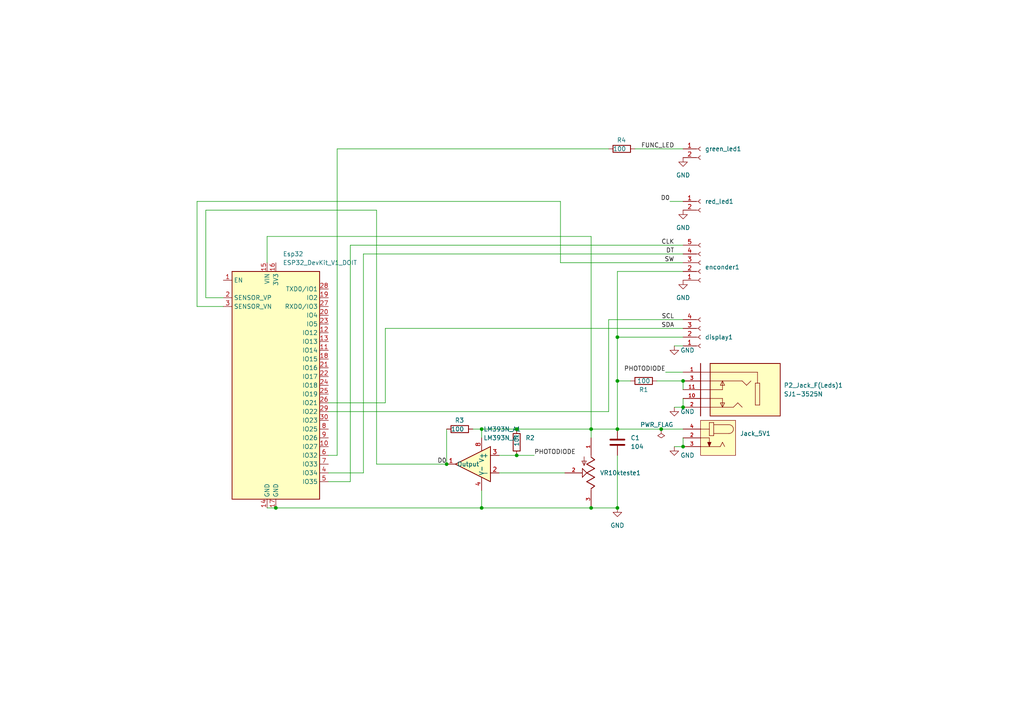
<source format=kicad_sch>
(kicad_sch (version 20211123) (generator eeschema)
  (paper "A4")
  (lib_symbols
    (symbol "Connector:Conn_01x02_Female" (pin_names (offset 1.016) hide)
      (property "Reference" "J" (at 0 2.54 0))
      (property "Value" "Conn_01x02_Female" (at 0 -5.08 0))
      (symbol "Conn_01x02_Female_1_1"
        (arc (start 0 -2.032) (mid -0.508 -2.54) (end 0 -3.048) (stroke (width 0.1524)))
        (polyline (pts (xy -1.27 -2.54) (xy -0.508 -2.54)) (stroke (width 0.1524)))
        (polyline (pts (xy -1.27 0) (xy -0.508 0)) (stroke (width 0.1524)))
        (arc (start 0 0.508) (mid -0.508 0) (end 0 -0.508) (stroke (width 0.1524)))
        (pin passive line (at -5.08 0 0) (length 3.81) (name "Pin_1") (number "1"))
        (pin passive line (at -5.08 -2.54 0) (length 3.81) (name "Pin_2") (number "2"))
      )
    )
    (symbol "Connector:Conn_01x04_Female" (pin_names (offset 1.016) hide)
      (property "Reference" "J" (at 0 5.08 0))
      (property "Value" "Conn_01x04_Female" (at 0 -7.62 0))
      (symbol "Conn_01x04_Female_1_1"
        (arc (start 0 -4.572) (mid -0.508 -5.08) (end 0 -5.588) (stroke (width 0.1524)))
        (arc (start 0 -2.032) (mid -0.508 -2.54) (end 0 -3.048) (stroke (width 0.1524)))
        (polyline (pts (xy -1.27 -5.08) (xy -0.508 -5.08)) (stroke (width 0.1524)))
        (polyline (pts (xy -1.27 -2.54) (xy -0.508 -2.54)) (stroke (width 0.1524)))
        (polyline (pts (xy -1.27 0) (xy -0.508 0)) (stroke (width 0.1524)))
        (polyline (pts (xy -1.27 2.54) (xy -0.508 2.54)) (stroke (width 0.1524)))
        (arc (start 0 0.508) (mid -0.508 0) (end 0 -0.508) (stroke (width 0.1524)))
        (arc (start 0 3.048) (mid -0.508 2.54) (end 0 2.032) (stroke (width 0.1524)))
        (pin passive line (at -5.08 2.54 0) (length 3.81) (name "Pin_1") (number "1"))
        (pin passive line (at -5.08 0 0) (length 3.81) (name "Pin_2") (number "2"))
        (pin passive line (at -5.08 -2.54 0) (length 3.81) (name "Pin_3") (number "3"))
        (pin passive line (at -5.08 -5.08 0) (length 3.81) (name "Pin_4") (number "4"))
      )
    )
    (symbol "Connector:Conn_01x05_Female" (pin_names (offset 1.016) hide)
      (property "Reference" "J" (at 0 7.62 0))
      (property "Value" "Conn_01x05_Female" (at 0 -7.62 0))
      (symbol "Conn_01x05_Female_1_1"
        (arc (start 0 -4.572) (mid -0.508 -5.08) (end 0 -5.588) (stroke (width 0.1524)))
        (arc (start 0 -2.032) (mid -0.508 -2.54) (end 0 -3.048) (stroke (width 0.1524)))
        (polyline (pts (xy -1.27 -5.08) (xy -0.508 -5.08)) (stroke (width 0.1524)))
        (polyline (pts (xy -1.27 -2.54) (xy -0.508 -2.54)) (stroke (width 0.1524)))
        (polyline (pts (xy -1.27 0) (xy -0.508 0)) (stroke (width 0.1524)))
        (polyline (pts (xy -1.27 2.54) (xy -0.508 2.54)) (stroke (width 0.1524)))
        (polyline (pts (xy -1.27 5.08) (xy -0.508 5.08)) (stroke (width 0.1524)))
        (arc (start 0 0.508) (mid -0.508 0) (end 0 -0.508) (stroke (width 0.1524)))
        (arc (start 0 3.048) (mid -0.508 2.54) (end 0 2.032) (stroke (width 0.1524)))
        (arc (start 0 5.588) (mid -0.508 5.08) (end 0 4.572) (stroke (width 0.1524)))
        (pin passive line (at -5.08 5.08 0) (length 3.81) (name "Pin_1") (number "1"))
        (pin passive line (at -5.08 2.54 0) (length 3.81) (name "Pin_2") (number "2"))
        (pin passive line (at -5.08 0 0) (length 3.81) (name "Pin_3") (number "3"))
        (pin passive line (at -5.08 -2.54 0) (length 3.81) (name "Pin_4") (number "4"))
        (pin passive line (at -5.08 -5.08 0) (length 3.81) (name "Pin_5") (number "5"))
      )
    )
    (symbol "Device:C" (pin_numbers hide) (pin_names (offset 0.254))
      (property "Reference" "C" (at 0.635 2.54 0))
      (property "Value" "C" (at 0.635 -2.54 0))
      (symbol "C_0_1"
        (polyline (pts (xy -2.032 -0.762) (xy 2.032 -0.762)) (stroke (width 0.508)))
        (polyline (pts (xy -2.032 0.762) (xy 2.032 0.762)) (stroke (width 0.508)))
      )
      (symbol "C_1_1"
        (pin passive line (at 0 3.81 270) (length 2.794) (name "~") (number "1"))
        (pin passive line (at 0 -3.81 90) (length 2.794) (name "~") (number "2"))
      )
    )
    (symbol "Device:R" (pin_numbers hide) (pin_names (offset 0))
      (property "Reference" "R" (at 2.032 0 90))
      (property "Value" "R" (at 0 0 90))
      (symbol "R_0_1"
        (rectangle (start -1.016 -2.54) (end 1.016 2.54) (stroke (width 0.254)))
      )
      (symbol "R_1_1"
        (pin passive line (at 0 3.81 270) (length 1.27) (name "~") (number "1"))
        (pin passive line (at 0 -3.81 90) (length 1.27) (name "~") (number "2"))
      )
    )
    (symbol "ESP32_DevKit_V1_DOIT:ESP32_DevKit_V1_DOIT"
      (property "Reference" "U" (at -11.43 34.29 0))
      (property "Value" "ESP32_DevKit_V1_DOIT" (at 11.43 34.29 0))
      (symbol "ESP32_DevKit_V1_DOIT_1_1"
        (rectangle (start -12.7 33.02) (end 12.7 -33.02) (stroke (width 0.254)) (fill (type background)))
        (pin input line (at -15.24 30.48 0) (length 2.54) (name "EN") (number "1"))
        (pin bidirectional line (at 15.24 -17.78 180) (length 2.54) (name "IO27") (number "10"))
        (pin bidirectional line (at 15.24 10.16 180) (length 2.54) (name "IO14") (number "11"))
        (pin bidirectional line (at 15.24 15.24 180) (length 2.54) (name "IO12") (number "12"))
        (pin bidirectional line (at 15.24 12.7 180) (length 2.54) (name "IO13") (number "13"))
        (pin power_in line (at -2.54 -35.56 90) (length 2.54) (name "GND") (number "14"))
        (pin power_in line (at -2.54 35.56 270) (length 2.54) (name "VIN") (number "15"))
        (pin power_in line (at 0 35.56 270) (length 2.54) (name "3V3") (number "16"))
        (pin power_in line (at 0 -35.56 90) (length 2.54) (name "GND") (number "17"))
        (pin bidirectional line (at 15.24 7.62 180) (length 2.54) (name "IO15") (number "18"))
        (pin bidirectional line (at 15.24 25.4 180) (length 2.54) (name "IO2") (number "19"))
        (pin input line (at -15.24 25.4 0) (length 2.54) (name "SENSOR_VP") (number "2"))
        (pin bidirectional line (at 15.24 20.32 180) (length 2.54) (name "IO4") (number "20"))
        (pin bidirectional line (at 15.24 5.08 180) (length 2.54) (name "IO16") (number "21"))
        (pin bidirectional line (at 15.24 2.54 180) (length 2.54) (name "IO17") (number "22"))
        (pin bidirectional line (at 15.24 17.78 180) (length 2.54) (name "IO5") (number "23"))
        (pin bidirectional line (at 15.24 0 180) (length 2.54) (name "IO18") (number "24"))
        (pin bidirectional line (at 15.24 -2.54 180) (length 2.54) (name "IO19") (number "25"))
        (pin bidirectional line (at 15.24 -5.08 180) (length 2.54) (name "IO21") (number "26"))
        (pin bidirectional line (at 15.24 22.86 180) (length 2.54) (name "RXD0/IO3") (number "27"))
        (pin bidirectional line (at 15.24 27.94 180) (length 2.54) (name "TXD0/IO1") (number "28"))
        (pin bidirectional line (at 15.24 -7.62 180) (length 2.54) (name "IO22") (number "29"))
        (pin input line (at -15.24 22.86 0) (length 2.54) (name "SENSOR_VN") (number "3"))
        (pin bidirectional line (at 15.24 -10.16 180) (length 2.54) (name "IO23") (number "30"))
        (pin input line (at 15.24 -25.4 180) (length 2.54) (name "IO34") (number "4"))
        (pin input line (at 15.24 -27.94 180) (length 2.54) (name "IO35") (number "5"))
        (pin bidirectional line (at 15.24 -20.32 180) (length 2.54) (name "IO32") (number "6"))
        (pin bidirectional line (at 15.24 -22.86 180) (length 2.54) (name "IO33") (number "7"))
        (pin bidirectional line (at 15.24 -12.7 180) (length 2.54) (name "IO25") (number "8"))
        (pin bidirectional line (at 15.24 -15.24 180) (length 2.54) (name "IO26") (number "9"))
      )
    )
    (symbol "Jacks:DC-005" (pin_names (offset 1.016))
      (property "Reference" "Jack_Power" (at -5.0943 5.5976 0))
      (property "Value" "DC-005" (at -3.81 -7.62 0))
      (symbol "DC-005_0_0"
        (rectangle (start -5.08 -5.08) (end 5.08 5.08) (stroke (width 0.1524)) (fill (type background)))
        (arc (start -3.175 3.81) (mid -4.445 2.54) (end -3.175 1.27) (stroke (width 0.1524)))
        (polyline (pts (xy -3.175 3.81) (xy 1.27 3.81)) (stroke (width 0.1524)))
        (polyline (pts (xy -1.27 -1.27) (xy -1.905 -2.54)) (stroke (width 0.1524)))
        (polyline (pts (xy -0.635 -2.54) (xy -1.27 -1.27)) (stroke (width 0.1524)))
        (polyline (pts (xy 1.27 0.635) (xy 2.54 0.635)) (stroke (width 0.1524)))
        (polyline (pts (xy 1.27 1.27) (xy -3.175 1.27)) (stroke (width 0.1524)))
        (polyline (pts (xy 1.27 1.27) (xy 1.27 0.635)) (stroke (width 0.1524)))
        (polyline (pts (xy 1.27 3.81) (xy 1.27 1.27)) (stroke (width 0.1524)))
        (polyline (pts (xy 1.27 4.445) (xy 1.27 3.81)) (stroke (width 0.1524)))
        (polyline (pts (xy 2.54 -2.54) (xy -0.635 -2.54)) (stroke (width 0.1524)))
        (polyline (pts (xy 2.54 -2.54) (xy 5.08 -2.54)) (stroke (width 0.1524)))
        (polyline (pts (xy 2.54 0) (xy 2.54 -2.54)) (stroke (width 0.1524)))
        (polyline (pts (xy 2.54 0) (xy 5.08 0)) (stroke (width 0.1524)))
        (polyline (pts (xy 2.54 0.635) (xy 2.54 2.54)) (stroke (width 0.1524)))
        (polyline (pts (xy 2.54 2.54) (xy 2.54 4.445)) (stroke (width 0.1524)))
        (polyline (pts (xy 2.54 2.54) (xy 5.08 2.54)) (stroke (width 0.1524)))
        (polyline (pts (xy 2.54 4.445) (xy 1.27 4.445)) (stroke (width 0.1524)))
        (polyline (pts (xy 2.54 -2.54) (xy 2.032 -1.27) (xy 3.048 -1.27) (xy 2.54 -2.54)) (stroke (width 0.1524)) (fill (type outline)))
        (pin passive line (at 10.16 0 180) (length 5.08) (name "~") (number "2"))
        (pin passive line (at 10.16 -2.54 180) (length 5.08) (name "~") (number "3"))
        (pin passive line (at 10.16 2.54 180) (length 5.08) (name "~") (number "4"))
      )
    )
    (symbol "Jacks:SJ1-3525N" (pin_names (offset 1.016) hide)
      (property "Reference" "P2_Jack_F" (at -8.89 -3.81 90))
      (property "Value" "SJ1-3525N" (at -10.16 -12.7254 0))
      (symbol "SJ1-3525N_0_0"
        (rectangle (start -12.9286 -7.62) (end 7.3914 7.62) (stroke (width 0.254)) (fill (type background)))
        (polyline (pts (xy -6.985 -4.445) (xy -6.985 1.905)) (stroke (width 0.1524)))
        (polyline (pts (xy -6.985 1.905) (xy -6.35 1.905)) (stroke (width 0.1524)))
        (polyline (pts (xy -6.35 1.905) (xy -5.715 1.905)) (stroke (width 0.1524)))
        (polyline (pts (xy -6.35 5.08) (xy -6.35 1.905)) (stroke (width 0.1524)))
        (polyline (pts (xy -5.715 -4.445) (xy -6.985 -4.445)) (stroke (width 0.1524)))
        (polyline (pts (xy -5.715 1.905) (xy -5.715 -4.445)) (stroke (width 0.1524)))
        (polyline (pts (xy -3.175 1.27) (xy -4.445 2.54)) (stroke (width 0.1524)))
        (polyline (pts (xy -1.905 2.54) (xy -3.175 1.27)) (stroke (width 0.1524)))
        (polyline (pts (xy -0.635 -3.81) (xy -1.905 -5.08)) (stroke (width 0.1524)))
        (polyline (pts (xy 0.635 -5.08) (xy -0.635 -3.81)) (stroke (width 0.1524)))
        (polyline (pts (xy 3.81 -5.08) (xy 0.635 -5.08)) (stroke (width 0.1524)))
        (polyline (pts (xy 3.81 -2.54) (xy 3.81 -5.08)) (stroke (width 0.1524)))
        (polyline (pts (xy 3.81 2.54) (xy -1.905 2.54)) (stroke (width 0.1524)))
        (polyline (pts (xy 3.81 2.54) (xy 3.81 0)) (stroke (width 0.1524)))
        (polyline (pts (xy 10.16 -7.62) (xy 10.16 7.62)) (stroke (width 0.254)))
        (polyline (pts (xy 10.16 -5.08) (xy 3.81 -5.08)) (stroke (width 0.1524)))
        (polyline (pts (xy 10.16 -2.54) (xy 3.81 -2.54)) (stroke (width 0.1524)))
        (polyline (pts (xy 10.16 0) (xy 3.81 0)) (stroke (width 0.1524)))
        (polyline (pts (xy 10.16 2.54) (xy 3.81 2.54)) (stroke (width 0.1524)))
        (polyline (pts (xy 10.16 5.08) (xy -6.35 5.08)) (stroke (width 0.1524)))
        (polyline (pts (xy 3.81 -5.08) (xy 3.175 -3.81) (xy 4.445 -3.81) (xy 3.81 -5.08)) (stroke (width 0.1524)) (fill (type background)))
        (polyline (pts (xy 3.81 2.54) (xy 4.445 1.27) (xy 3.175 1.27) (xy 3.81 2.54)) (stroke (width 0.1524)) (fill (type background)))
        (pin passive line (at 15.24 5.08 180) (length 5.08) (name "~") (number "1"))
        (pin passive line (at 15.24 -2.54 180) (length 5.08) (name "~") (number "10"))
        (pin passive line (at 15.24 0 180) (length 5.08) (name "~") (number "11"))
        (pin passive line (at 15.24 -5.08 180) (length 5.08) (name "~") (number "2"))
        (pin passive line (at 15.24 2.54 180) (length 5.08) (name "~") (number "3"))
      )
    )
    (symbol "LM393N:LM393N_A"
      (property "Reference" "LM393N_A" (at 11.43 8.89 0))
      (property "Value" "LM393N_A" (at 11.43 11.43 0))
      (symbol "LM393N_A_0_1"
        (polyline (pts (xy -2.54 5.08) (xy 7.62 0) (xy -2.54 -5.08) (xy -2.54 5.08)) (stroke (width 0.254)) (fill (type background)))
      )
      (symbol "LM393N_A_1_1"
        (pin open_collector line (at 10.16 0 180) (length 2.54) (name "Output") (number "1"))
        (pin input line (at -5.08 -2.54 0) (length 2.54) (name "-") (number "2"))
        (pin input line (at -5.08 2.54 0) (length 2.54) (name "+") (number "3"))
        (pin power_out line (at 0 -7.62 90) (length 3.81) (name "V-") (number "4"))
        (pin power_in line (at 0 7.62 270) (length 3.81) (name "V+") (number "8"))
      )
    )
    (symbol "Trimpot:3362P-1-103" (pin_names (offset 1.016))
      (property "Reference" "VR" (at -13.9918 11.4365 0))
      (property "Value" "3362P-1-103" (at -10.1645 -7.6423 0))
      (symbol "3362P-1-103_0_0"
        (polyline (pts (xy -5.08 0) (xy -4.572 0)) (stroke (width 0.1524)))
        (polyline (pts (xy -4.699 -2.032) (xy -2.159 -2.032)) (stroke (width 0.1524)))
        (polyline (pts (xy -4.572 0) (xy -3.81 1.016)) (stroke (width 0.254)))
        (polyline (pts (xy -3.81 1.016) (xy -2.54 -1.27)) (stroke (width 0.254)))
        (polyline (pts (xy -3.429 -2.667) (xy -3.429 -1.397)) (stroke (width 0.1524)))
        (polyline (pts (xy -3.429 -1.397) (xy -2.159 -2.032)) (stroke (width 0.1524)))
        (polyline (pts (xy -2.54 -1.27) (xy -1.27 1.016)) (stroke (width 0.254)))
        (polyline (pts (xy -2.159 -2.032) (xy -3.429 -2.667)) (stroke (width 0.1524)))
        (polyline (pts (xy -1.27 -2.54) (xy 0 -1.27)) (stroke (width 0.2032)))
        (polyline (pts (xy -1.27 1.016) (xy 0 -1.27)) (stroke (width 0.254)))
        (polyline (pts (xy 0 -1.27) (xy 1.27 -2.54)) (stroke (width 0.2032)))
        (polyline (pts (xy 0 -1.27) (xy 1.27 1.016)) (stroke (width 0.254)))
        (polyline (pts (xy 1.27 -2.54) (xy -1.27 -2.54)) (stroke (width 0.2032)))
        (polyline (pts (xy 1.27 1.016) (xy 2.54 -1.27)) (stroke (width 0.254)))
        (polyline (pts (xy 2.54 -1.27) (xy 3.81 1.016)) (stroke (width 0.254)))
        (polyline (pts (xy 3.81 1.016) (xy 4.572 0)) (stroke (width 0.254)))
        (polyline (pts (xy 4.572 0) (xy 5.08 0)) (stroke (width 0.1524)))
        (pin passive line (at -10.16 0 0) (length 5.08) (name "~") (number "1"))
        (pin passive line (at 0 -7.62 90) (length 5.08) (name "~") (number "2"))
        (pin passive line (at 10.16 0 180) (length 5.08) (name "~") (number "3"))
      )
    )
    (symbol "power:GND" (power) (pin_names (offset 0))
      (property "Value" "GND" (at 0 -3.81 0))
      (symbol "GND_0_1"
        (polyline (pts (xy 0 0) (xy 0 -1.27) (xy 1.27 -1.27) (xy 0 -2.54) (xy -1.27 -1.27) (xy 0 -1.27)))
      )
      (symbol "GND_1_1"
        (pin power_in line (at 0 0 270) (length 0) hide (name "GND") (number "1"))
      )
    )
    (symbol "power:PWR_FLAG" (power) (pin_numbers hide) (pin_names (offset 0) hide)
      (property "Value" "PWR_FLAG" (at 0 3.81 0))
      (symbol "PWR_FLAG_0_0"
        (pin power_out line (at 0 0 90) (length 0) (name "pwr") (number "1"))
      )
      (symbol "PWR_FLAG_0_1"
        (polyline (pts (xy 0 0) (xy 0 1.27) (xy -1.016 1.905) (xy 0 2.54) (xy 1.016 1.905) (xy 0 1.27)))
      )
    )
  )
  (junction (at 198.12 129.54))
  (junction (at 198.12 110.49))
  (junction (at 80.01 147.32))
  (junction (at 171.45 124.46))
  (junction (at 171.45 147.32))
  (junction (at 149.86 132.08))
  (junction (at 179.07 147.32))
  (junction (at 139.7 147.32))
  (junction (at 179.07 124.46))
  (junction (at 191.77 124.46))
  (junction (at 129.54 134.62))
  (junction (at 179.07 97.79))
  (junction (at 149.86 124.46))
  (junction (at 139.7 124.46))
  (junction (at 179.07 110.49))
  (junction (at 198.12 118.11))
  (wire (pts (xy 179.07 110.49) (xy 182.88 110.49)))
  (wire (pts (xy 109.22 60.96) (xy 109.22 134.62)))
  (wire (pts (xy 64.77 86.36) (xy 59.69 86.36)))
  (wire (pts (xy 144.78 137.16) (xy 163.83 137.16)))
  (wire (pts (xy 105.41 137.16) (xy 105.41 73.66)))
  (wire (pts (xy 139.7 124.46) (xy 149.86 124.46)))
  (wire (pts (xy 101.6 139.7) (xy 101.6 71.12)))
  (wire (pts (xy 162.56 58.42) (xy 162.56 76.2)))
  (wire (pts (xy 179.07 147.32) (xy 179.07 132.08)))
  (wire (pts (xy 179.07 78.74) (xy 198.12 78.74)))
  (wire (pts (xy 64.77 88.9) (xy 57.15 88.9)))
  (wire (pts (xy 171.45 127) (xy 171.45 124.46)))
  (wire (pts (xy 171.45 124.46) (xy 179.07 124.46)))
  (wire (pts (xy 179.07 78.74) (xy 179.07 97.79)))
  (wire (pts (xy 171.45 68.58) (xy 77.47 68.58)))
  (wire (pts (xy 171.45 124.46) (xy 171.45 68.58)))
  (wire (pts (xy 101.6 71.12) (xy 198.12 71.12)))
  (wire (pts (xy 162.56 76.2) (xy 198.12 76.2)))
  (wire (pts (xy 149.86 124.46) (xy 171.45 124.46)))
  (wire (pts (xy 198.12 110.49) (xy 198.12 113.03)))
  (wire (pts (xy 95.25 119.38) (xy 176.53 119.38)))
  (wire (pts (xy 198.12 115.57) (xy 198.12 118.11)))
  (wire (pts (xy 139.7 147.32) (xy 171.45 147.32)))
  (wire (pts (xy 179.07 97.79) (xy 198.12 97.79)))
  (wire (pts (xy 95.25 139.7) (xy 101.6 139.7)))
  (wire (pts (xy 77.47 147.32) (xy 80.01 147.32)))
  (wire (pts (xy 191.77 124.46) (xy 198.12 124.46)))
  (wire (pts (xy 97.79 43.18) (xy 176.53 43.18)))
  (wire (pts (xy 105.41 73.66) (xy 198.12 73.66)))
  (wire (pts (xy 184.15 43.18) (xy 198.12 43.18)))
  (wire (pts (xy 198.12 127) (xy 198.12 129.54)))
  (wire (pts (xy 179.07 110.49) (xy 179.07 124.46)))
  (wire (pts (xy 190.5 110.49) (xy 198.12 110.49)))
  (wire (pts (xy 149.86 132.08) (xy 154.94 132.08)))
  (wire (pts (xy 95.25 132.08) (xy 97.79 132.08)))
  (wire (pts (xy 195.58 129.54) (xy 198.12 129.54)))
  (wire (pts (xy 97.79 132.08) (xy 97.79 43.18)))
  (wire (pts (xy 198.12 100.33) (xy 195.58 100.33)))
  (wire (pts (xy 57.15 58.42) (xy 57.15 88.9)))
  (wire (pts (xy 198.12 107.95) (xy 193.04 107.95)))
  (wire (pts (xy 95.25 116.84) (xy 111.76 116.84)))
  (wire (pts (xy 139.7 142.24) (xy 139.7 147.32)))
  (wire (pts (xy 179.07 97.79) (xy 179.07 110.49)))
  (wire (pts (xy 111.76 95.25) (xy 198.12 95.25)))
  (wire (pts (xy 111.76 116.84) (xy 111.76 95.25)))
  (wire (pts (xy 77.47 68.58) (xy 77.47 76.2)))
  (wire (pts (xy 179.07 124.46) (xy 191.77 124.46)))
  (wire (pts (xy 59.69 86.36) (xy 59.69 60.96)))
  (wire (pts (xy 171.45 147.32) (xy 179.07 147.32)))
  (wire (pts (xy 59.69 60.96) (xy 109.22 60.96)))
  (wire (pts (xy 109.22 134.62) (xy 129.54 134.62)))
  (wire (pts (xy 137.16 124.46) (xy 139.7 124.46)))
  (wire (pts (xy 176.53 119.38) (xy 176.53 92.71)))
  (wire (pts (xy 144.78 132.08) (xy 149.86 132.08)))
  (wire (pts (xy 195.58 118.11) (xy 198.12 118.11)))
  (wire (pts (xy 129.54 124.46) (xy 129.54 134.62)))
  (wire (pts (xy 176.53 92.71) (xy 198.12 92.71)))
  (wire (pts (xy 57.15 58.42) (xy 162.56 58.42)))
  (wire (pts (xy 194.31 58.42) (xy 198.12 58.42)))
  (wire (pts (xy 139.7 124.46) (xy 139.7 127)))
  (wire (pts (xy 95.25 137.16) (xy 105.41 137.16)))
  (wire (pts (xy 80.01 147.32) (xy 139.7 147.32)))
  (label "FUNC_LED" (at 195.58 43.18 180))
  (label "DT" (at 195.58 73.66 180))
  (label "SCL" (at 195.58 92.71 180))
  (label "D0" (at 129.54 134.62 180))
  (label "PHOTODIODE" (at 193.04 107.95 180))
  (label "CLK" (at 195.58 71.12 180))
  (label "PHOTODIODE" (at 154.94 132.08 0))
  (label "SW" (at 195.58 76.2 180))
  (label "D0" (at 194.31 58.42 180))
  (label "SDA" (at 195.58 95.25 180))
  (symbol (lib_id "power:GND") (at 195.58 118.11 0) (unit 1)
    (property "Reference" "#PWR0101" (effects hide))
    (property "Value" "GND" (at 199.39 119.38 0))
  )
  (symbol (lib_id "ESP32_DevKit_V1_DOIT:ESP32_DevKit_V1_DOIT") (at 80.01 111.76 0) (unit 1)
    (property "Reference" "Esp32" (at 82.0294 73.66 0) (effects (justify left)))
    (property "Value" "ESP32_DevKit_V1_DOIT" (at 82.0294 76.2 0) (effects (justify left)))
    (property "Footprint" "ESP32_DevKit_V1_DOIT:esp32_devkit_v1_doit" (effects hide))
    (property "Datasheet" "https://aliexpress.com/item/32864722159.html" (effects hide))
  )
  (symbol (lib_id "power:GND") (at 195.58 129.54 0) (unit 1)
    (property "Reference" "#PWR0102" (effects hide))
    (property "Value" "GND" (at 199.39 132.08 0))
  )
  (symbol (lib_id "LM393N:LM393N_A") (at 139.7 134.62 0) (mirror y) (unit 1)
    (property "Reference" "LM393N_A1" (at 140.2206 124.46 0) (effects (justify right)))
    (property "Value" "LM393N_A" (at 140.2206 127 0) (effects (justify right)))
    (property "Footprint" "MyFootprints:LM393N" (effects hide))
  )
  (symbol (lib_id "Jacks:DC-005") (at 208.28 127 0) (mirror y) (unit 1)
    (property "Reference" "Jack_5V1" (at 214.63 125.7299 0) (effects (justify right)))
    (property "Value" "DC-005" (effects hide))
    (property "Footprint" "MyFootprints:NINIGI_DC-005" (effects hide))
    (property "DESCRIPTION" "Conn Dc Power Jack 2.1mm" (effects hide))
  )
  (symbol (lib_id "Connector:Conn_01x04_Female") (at 203.2 97.79 0) (mirror x) (unit 1)
    (property "Reference" "display1" (at 204.47 97.7901 0) (effects (justify left)))
    (property "Value" "Conn_01x04_Female" (effects hide))
    (property "Footprint" "Connector_JST:JST_EH_B4B-EH-A_1x04_P2.50mm_Vertical" (effects hide))
  )
  (symbol (lib_id "Device:R") (at 180.34 43.18 90) (unit 1)
    (property "Reference" "R4" (at 181.61 40.64 90) (effects (justify left)))
    (property "Value" "100" (at 181.61 43.18 90) (effects (justify left)))
    (property "Footprint" "Resistor_THT:R_Axial_DIN0204_L3.6mm_D1.6mm_P5.08mm_Horizontal" (effects hide))
  )
  (symbol (lib_id "Connector:Conn_01x02_Female") (at 203.2 58.42 0) (unit 1)
    (property "Reference" "red_led1" (at 204.47 58.4199 0) (effects (justify left)))
    (property "Value" "Conn_01x02_Female" (effects hide))
    (property "Footprint" "Connector_JST:JST_EH_B2B-EH-A_1x02_P2.50mm_Vertical" (effects hide))
  )
  (symbol (lib_id "Connector:Conn_01x05_Female") (at 203.2 76.2 0) (mirror x) (unit 1)
    (property "Reference" "enconder1" (at 204.47 77.4701 0) (effects (justify left)))
    (property "Value" "Conn_01x05_Female" (effects hide))
    (property "Footprint" "Connector_JST:JST_EH_B5B-EH-A_1x05_P2.50mm_Vertical" (effects hide))
  )
  (symbol (lib_id "Jacks:SJ1-3525N") (at 213.36 113.03 0) (mirror y) (unit 1)
    (property "Reference" "P2_Jack_F(Leds)1" (at 227.33 111.7599 0) (effects (justify right)))
    (property "Value" "SJ1-3525N" (at 227.33 114.2999 0) (effects (justify right)))
    (property "Footprint" "MyFootprints:CUI_SJ1-3525N" (effects hide))
    (property "PARTREV" "1.02" (effects hide))
    (property "MANUFACTURER" "CUI" (effects hide))
    (property "STANDARD" "Manufacturer recommendation" (effects hide))
  )
  (symbol (lib_id "Trimpot:3362P-1-103") (at 171.45 137.16 270) (unit 1)
    (property "Reference" "VR10kteste1" (at 173.99 137.1599 90) (effects (justify left)))
    (property "Value" "3362P-1-103" (effects hide))
    (property "Footprint" "MyFootprints:TRIM_3362P-1-103" (effects hide))
    (property "PARTREV" "08/26/10" (effects hide))
    (property "MF" "Bourns" (effects hide))
    (property "STANDARD" "Manufacturer Recommendation" (effects hide))
    (property "MP" "3362P-1-205LF" (effects hide))
  )
  (symbol (lib_id "power:GND") (at 195.58 100.33 0) (unit 1)
    (property "Reference" "#PWR0103" (effects hide))
    (property "Value" "GND" (at 199.39 101.6 0))
  )
  (symbol (lib_id "Device:R") (at 133.35 124.46 90) (unit 1)
    (property "Reference" "R3" (at 134.62 121.92 90) (effects (justify left)))
    (property "Value" "100" (at 134.62 124.46 90) (effects (justify left)))
    (property "Footprint" "Resistor_THT:R_Axial_DIN0204_L3.6mm_D1.6mm_P5.08mm_Horizontal" (effects hide))
  )
  (symbol (lib_id "Device:C") (at 179.07 128.27 0) (unit 1)
    (property "Reference" "C1" (at 182.88 126.9999 0) (effects (justify left)))
    (property "Value" "104" (at 182.88 129.54 0) (effects (justify left)))
    (property "Footprint" "Capacitor_THT:C_Disc_D5.1mm_W3.2mm_P5.00mm" (effects hide))
  )
  (symbol (lib_id "Device:R") (at 149.86 128.27 0) (unit 1)
    (property "Reference" "R2" (at 152.4 126.9999 0) (effects (justify left)))
    (property "Value" "10k" (at 149.86 129.54 90) (effects (justify left)))
    (property "Footprint" "Resistor_THT:R_Axial_DIN0204_L3.6mm_D1.6mm_P5.08mm_Horizontal" (effects hide))
  )
  (symbol (lib_id "power:PWR_FLAG") (at 191.77 124.46 180) (unit 1)
    (property "Reference" "#FLG0101" (effects hide))
    (property "Value" "PWR_FLAG" (at 190.5 123.19 0))
  )
  (symbol (lib_id "Device:R") (at 186.69 110.49 90) (unit 1)
    (property "Reference" "R1" (at 186.69 113.03 90))
    (property "Value" "100" (at 186.69 110.49 90))
    (property "Footprint" "Resistor_THT:R_Axial_DIN0204_L3.6mm_D1.6mm_P5.08mm_Horizontal" (effects hide))
  )
  (symbol (lib_id "power:GND") (at 179.07 147.32 0) (unit 1)
    (property "Reference" "#PWR0104" (effects hide))
    (property "Value" "GND" (at 179.07 152.4 0))
  )
  (symbol (lib_id "power:GND") (at 198.12 60.96 0) (unit 1)
    (property "Reference" "#PWR0105" (effects hide))
    (property "Value" "GND" (at 198.12 66.04 0))
  )
  (symbol (lib_id "power:GND") (at 198.12 45.72 0) (unit 1)
    (property "Reference" "#PWR0107" (effects hide))
    (property "Value" "GND" (at 198.12 50.8 0))
  )
  (symbol (lib_id "Connector:Conn_01x02_Female") (at 203.2 43.18 0) (unit 1)
    (property "Reference" "green_led1" (at 204.47 43.18 0) (effects (justify left)))
    (property "Value" "Conn_01x02_Female" (effects hide))
    (property "Footprint" "Connector_JST:JST_EH_B2B-EH-A_1x02_P2.50mm_Vertical" (effects hide))
  )
  (symbol (lib_id "power:GND") (at 198.12 81.28 0) (unit 1)
    (property "Reference" "#PWR0106" (effects hide))
    (property "Value" "GND" (at 198.12 86.36 0))
  )
)
</source>
